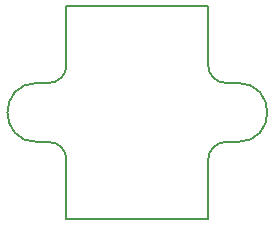
<source format=gbr>
G04 #@! TF.GenerationSoftware,KiCad,Pcbnew,(5.1.0-0)*
G04 #@! TF.CreationDate,2019-06-18T08:50:15-07:00*
G04 #@! TF.ProjectId,airdata,61697264-6174-4612-9e6b-696361645f70,rev?*
G04 #@! TF.SameCoordinates,Original*
G04 #@! TF.FileFunction,Profile,NP*
%FSLAX46Y46*%
G04 Gerber Fmt 4.6, Leading zero omitted, Abs format (unit mm)*
G04 Created by KiCad (PCBNEW (5.1.0-0)) date 2019-06-18 08:50:15*
%MOMM*%
%LPD*%
G04 APERTURE LIST*
%ADD10C,0.150000*%
G04 APERTURE END LIST*
D10*
X32500000Y-50500000D02*
X33500000Y-50500000D01*
X32500000Y-55500000D02*
X33500000Y-55500000D01*
X48500000Y-55500000D02*
X49500000Y-55500000D01*
X48500000Y-50500000D02*
X49500000Y-50500000D01*
X47000000Y-49000000D02*
X47000000Y-44000000D01*
X35000000Y-49000000D02*
X35000000Y-44000000D01*
X33500000Y-55500000D02*
G75*
G02X35000000Y-57000000I0J-1500000D01*
G01*
X47000000Y-57000000D02*
G75*
G02X48500000Y-55500000I1500000J0D01*
G01*
X48500000Y-50500000D02*
G75*
G02X47000000Y-49000000I0J1500000D01*
G01*
X35000000Y-49000000D02*
G75*
G02X33500000Y-50500000I-1500000J0D01*
G01*
X49500000Y-50500000D02*
G75*
G02X49500000Y-55500000I0J-2500000D01*
G01*
X32500000Y-55500000D02*
G75*
G02X32500000Y-50500000I0J2500000D01*
G01*
X47000000Y-62000000D02*
X35000000Y-62000000D01*
X47000000Y-62000000D02*
X47000000Y-57000000D01*
X35000000Y-44000000D02*
X47000000Y-44000000D01*
X35000000Y-57000000D02*
X35000000Y-62000000D01*
M02*

</source>
